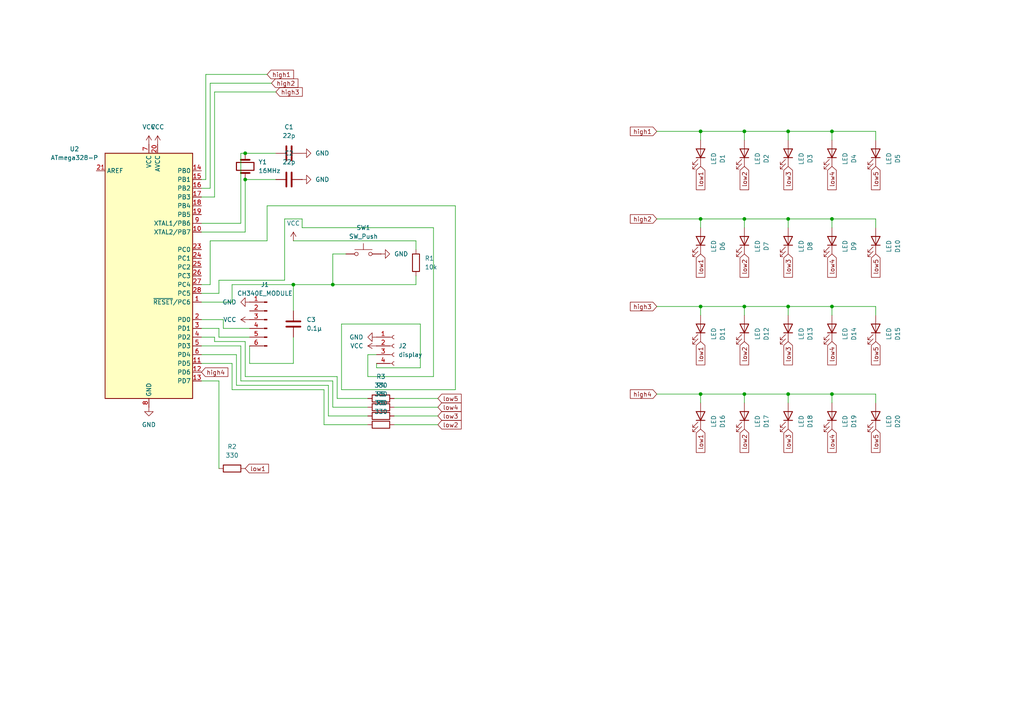
<source format=kicad_sch>
(kicad_sch (version 20231120) (generator "eeschema") (generator_version "8.0")
  (paper "A4")
  (lib_symbols
    (symbol "Connector:Conn_01x04_Socket" (pin_names (offset 1.016) hide)
      (property "Reference" "J" (at 0 5.08 0))
      (property "Value" "Conn_01x04_Socket" (at 0 -7.62 0))
      (symbol "Conn_01x04_Socket_1_1"
        (arc (start 0 -4.572) (mid -0.5058 -5.08) (end 0 -5.588) (stroke (width 0.1524)))
        (arc (start 0 -2.032) (mid -0.5058 -2.54) (end 0 -3.048) (stroke (width 0.1524)))
        (polyline (pts (xy -1.27 -5.08) (xy -0.508 -5.08)) (stroke (width 0.1524)))
        (polyline (pts (xy -1.27 -2.54) (xy -0.508 -2.54)) (stroke (width 0.1524)))
        (polyline (pts (xy -1.27 0) (xy -0.508 0)) (stroke (width 0.1524)))
        (polyline (pts (xy -1.27 2.54) (xy -0.508 2.54)) (stroke (width 0.1524)))
        (arc (start 0 0.508) (mid -0.5058 0) (end 0 -0.508) (stroke (width 0.1524)))
        (arc (start 0 3.048) (mid -0.5058 2.54) (end 0 2.032) (stroke (width 0.1524)))
        (pin passive line (at -5.08 2.54 0) (length 3.81) (name "Pin_1") (number "1"))
        (pin passive line (at -5.08 0 0) (length 3.81) (name "Pin_2") (number "2"))
        (pin passive line (at -5.08 -2.54 0) (length 3.81) (name "Pin_3") (number "3"))
        (pin passive line (at -5.08 -5.08 0) (length 3.81) (name "Pin_4") (number "4"))
      )
    )
    (symbol "Connector:Conn_01x06_Pin" (pin_names (offset 1.016) hide)
      (property "Reference" "J" (at 0 7.62 0))
      (property "Value" "Conn_01x06_Pin" (at 0 -10.16 0))
      (symbol "Conn_01x06_Pin_1_1"
        (polyline (pts (xy 1.27 -7.62) (xy 0.8636 -7.62)) (stroke (width 0.1524)))
        (polyline (pts (xy 1.27 -5.08) (xy 0.8636 -5.08)) (stroke (width 0.1524)))
        (polyline (pts (xy 1.27 -2.54) (xy 0.8636 -2.54)) (stroke (width 0.1524)))
        (polyline (pts (xy 1.27 0) (xy 0.8636 0)) (stroke (width 0.1524)))
        (polyline (pts (xy 1.27 2.54) (xy 0.8636 2.54)) (stroke (width 0.1524)))
        (polyline (pts (xy 1.27 5.08) (xy 0.8636 5.08)) (stroke (width 0.1524)))
        (rectangle (start 0.8636 -7.493) (end 0 -7.747) (stroke (width 0.1524)) (fill (type outline)))
        (rectangle (start 0.8636 -4.953) (end 0 -5.207) (stroke (width 0.1524)) (fill (type outline)))
        (rectangle (start 0.8636 -2.413) (end 0 -2.667) (stroke (width 0.1524)) (fill (type outline)))
        (rectangle (start 0.8636 0.127) (end 0 -0.127) (stroke (width 0.1524)) (fill (type outline)))
        (rectangle (start 0.8636 2.667) (end 0 2.413) (stroke (width 0.1524)) (fill (type outline)))
        (rectangle (start 0.8636 5.207) (end 0 4.953) (stroke (width 0.1524)) (fill (type outline)))
        (pin passive line (at 5.08 5.08 180) (length 3.81) (name "Pin_1") (number "1"))
        (pin passive line (at 5.08 2.54 180) (length 3.81) (name "Pin_2") (number "2"))
        (pin passive line (at 5.08 0 180) (length 3.81) (name "Pin_3") (number "3"))
        (pin passive line (at 5.08 -2.54 180) (length 3.81) (name "Pin_4") (number "4"))
        (pin passive line (at 5.08 -5.08 180) (length 3.81) (name "Pin_5") (number "5"))
        (pin passive line (at 5.08 -7.62 180) (length 3.81) (name "Pin_6") (number "6"))
      )
    )
    (symbol "Device:C" (pin_numbers hide) (pin_names (offset 0.254))
      (property "Reference" "C" (at 0.635 2.54 0))
      (property "Value" "C" (at 0.635 -2.54 0))
      (symbol "C_0_1"
        (polyline (pts (xy -2.032 -0.762) (xy 2.032 -0.762)) (stroke (width 0.508)))
        (polyline (pts (xy -2.032 0.762) (xy 2.032 0.762)) (stroke (width 0.508)))
      )
      (symbol "C_1_1"
        (pin passive line (at 0 3.81 270) (length 2.794) (name "~") (number "1"))
        (pin passive line (at 0 -3.81 90) (length 2.794) (name "~") (number "2"))
      )
    )
    (symbol "Device:Crystal" (pin_numbers hide) (pin_names (offset 1.016) hide)
      (property "Reference" "Y" (at 0 3.81 0))
      (property "Value" "Crystal" (at 0 -3.81 0))
      (symbol "Crystal_0_1"
        (rectangle (start -1.143 2.54) (end 1.143 -2.54) (stroke (width 0.3048)))
        (polyline (pts (xy -2.54 0) (xy -1.905 0)))
        (polyline (pts (xy -1.905 -1.27) (xy -1.905 1.27)) (stroke (width 0.508)))
        (polyline (pts (xy 1.905 -1.27) (xy 1.905 1.27)) (stroke (width 0.508)))
        (polyline (pts (xy 2.54 0) (xy 1.905 0)))
      )
      (symbol "Crystal_1_1"
        (pin passive line (at -3.81 0 0) (length 1.27) (name "1") (number "1"))
        (pin passive line (at 3.81 0 180) (length 1.27) (name "2") (number "2"))
      )
    )
    (symbol "Device:LED" (pin_numbers hide) (pin_names (offset 1.016) hide)
      (property "Reference" "D" (at 0 2.54 0))
      (property "Value" "LED" (at 0 -2.54 0))
      (symbol "LED_0_1"
        (polyline (pts (xy -1.27 -1.27) (xy -1.27 1.27)) (stroke (width 0.254)))
        (polyline (pts (xy -1.27 0) (xy 1.27 0)))
        (polyline (pts (xy 1.27 -1.27) (xy 1.27 1.27) (xy -1.27 0) (xy 1.27 -1.27)) (stroke (width 0.254)))
        (polyline (pts (xy -3.048 -0.762) (xy -4.572 -2.286) (xy -3.81 -2.286) (xy -4.572 -2.286) (xy -4.572 -1.524)))
        (polyline (pts (xy -1.778 -0.762) (xy -3.302 -2.286) (xy -2.54 -2.286) (xy -3.302 -2.286) (xy -3.302 -1.524)))
      )
      (symbol "LED_1_1"
        (pin passive line (at -3.81 0 0) (length 2.54) (name "K") (number "1"))
        (pin passive line (at 3.81 0 180) (length 2.54) (name "A") (number "2"))
      )
    )
    (symbol "Device:R" (pin_numbers hide) (pin_names (offset 0))
      (property "Reference" "R" (at 2.032 0 90))
      (property "Value" "R" (at 0 0 90))
      (symbol "R_0_1"
        (rectangle (start -1.016 -2.54) (end 1.016 2.54) (stroke (width 0.254)))
      )
      (symbol "R_1_1"
        (pin passive line (at 0 3.81 270) (length 1.27) (name "~") (number "1"))
        (pin passive line (at 0 -3.81 90) (length 1.27) (name "~") (number "2"))
      )
    )
    (symbol "MCU_Microchip_ATmega:ATmega328-P"
      (property "Reference" "U" (at -12.7 36.83 0))
      (property "Value" "ATmega328-P" (at 2.54 -36.83 0))
      (symbol "ATmega328-P_0_1"
        (rectangle (start -12.7 -35.56) (end 12.7 35.56) (stroke (width 0.254)) (fill (type background)))
      )
      (symbol "ATmega328-P_1_1"
        (pin bidirectional line (at 15.24 -7.62 180) (length 2.54) (name "~{RESET}/PC6") (number "1"))
        (pin bidirectional line (at 15.24 12.7 180) (length 2.54) (name "XTAL2/PB7") (number "10"))
        (pin bidirectional line (at 15.24 -25.4 180) (length 2.54) (name "PD5") (number "11"))
        (pin bidirectional line (at 15.24 -27.94 180) (length 2.54) (name "PD6") (number "12"))
        (pin bidirectional line (at 15.24 -30.48 180) (length 2.54) (name "PD7") (number "13"))
        (pin bidirectional line (at 15.24 30.48 180) (length 2.54) (name "PB0") (number "14"))
        (pin bidirectional line (at 15.24 27.94 180) (length 2.54) (name "PB1") (number "15"))
        (pin bidirectional line (at 15.24 25.4 180) (length 2.54) (name "PB2") (number "16"))
        (pin bidirectional line (at 15.24 22.86 180) (length 2.54) (name "PB3") (number "17"))
        (pin bidirectional line (at 15.24 20.32 180) (length 2.54) (name "PB4") (number "18"))
        (pin bidirectional line (at 15.24 17.78 180) (length 2.54) (name "PB5") (number "19"))
        (pin bidirectional line (at 15.24 -12.7 180) (length 2.54) (name "PD0") (number "2"))
        (pin power_in line (at 2.54 38.1 270) (length 2.54) (name "AVCC") (number "20"))
        (pin passive line (at -15.24 30.48 0) (length 2.54) (name "AREF") (number "21"))
        (pin passive line (at 0 -38.1 90) (length 2.54) hide (name "GND") (number "22"))
        (pin bidirectional line (at 15.24 7.62 180) (length 2.54) (name "PC0") (number "23"))
        (pin bidirectional line (at 15.24 5.08 180) (length 2.54) (name "PC1") (number "24"))
        (pin bidirectional line (at 15.24 2.54 180) (length 2.54) (name "PC2") (number "25"))
        (pin bidirectional line (at 15.24 0 180) (length 2.54) (name "PC3") (number "26"))
        (pin bidirectional line (at 15.24 -2.54 180) (length 2.54) (name "PC4") (number "27"))
        (pin bidirectional line (at 15.24 -5.08 180) (length 2.54) (name "PC5") (number "28"))
        (pin bidirectional line (at 15.24 -15.24 180) (length 2.54) (name "PD1") (number "3"))
        (pin bidirectional line (at 15.24 -17.78 180) (length 2.54) (name "PD2") (number "4"))
        (pin bidirectional line (at 15.24 -20.32 180) (length 2.54) (name "PD3") (number "5"))
        (pin bidirectional line (at 15.24 -22.86 180) (length 2.54) (name "PD4") (number "6"))
        (pin power_in line (at 0 38.1 270) (length 2.54) (name "VCC") (number "7"))
        (pin power_in line (at 0 -38.1 90) (length 2.54) (name "GND") (number "8"))
        (pin bidirectional line (at 15.24 15.24 180) (length 2.54) (name "XTAL1/PB6") (number "9"))
      )
    )
    (symbol "Switch:SW_Push" (pin_numbers hide) (pin_names (offset 1.016) hide)
      (property "Reference" "SW" (at 1.27 2.54 0))
      (property "Value" "SW_Push" (at 0 -1.524 0))
      (symbol "SW_Push_0_1"
        (circle (center -2.032 0) (radius 0.508))
        (polyline (pts (xy 0 1.27) (xy 0 3.048)))
        (polyline (pts (xy 2.54 1.27) (xy -2.54 1.27)))
        (circle (center 2.032 0) (radius 0.508))
        (pin passive line (at -5.08 0 0) (length 2.54) (name "1") (number "1"))
        (pin passive line (at 5.08 0 180) (length 2.54) (name "2") (number "2"))
      )
    )
    (symbol "power:GND" (power) (pin_numbers hide) (pin_names (offset 0) hide)
      (property "Value" "GND" (at 0 -3.81 0))
      (symbol "GND_0_1"
        (polyline (pts (xy 0 0) (xy 0 -1.27) (xy 1.27 -1.27) (xy 0 -2.54) (xy -1.27 -1.27) (xy 0 -1.27)))
      )
      (symbol "GND_1_1"
        (pin power_in line (at 0 0 270) (length 0) (name "~") (number "1"))
      )
    )
    (symbol "power:VCC" (power) (pin_numbers hide) (pin_names (offset 0) hide)
      (property "Value" "VCC" (at 0 3.556 0))
      (symbol "VCC_0_1"
        (polyline (pts (xy -0.762 1.27) (xy 0 2.54)))
        (polyline (pts (xy 0 0) (xy 0 2.54)))
        (polyline (pts (xy 0 2.54) (xy 0.762 1.27)))
      )
      (symbol "VCC_1_1"
        (pin power_in line (at 0 0 90) (length 0) (name "~") (number "1"))
      )
    )
  )
  (junction (at 215.9 63.5))
  (junction (at 241.3 114.3))
  (junction (at 228.6 114.3))
  (junction (at 228.6 63.5))
  (junction (at 228.6 38.1))
  (junction (at 96.52 82.55))
  (junction (at 85.09 82.55))
  (junction (at 203.2 88.9))
  (junction (at 71.12 44.45))
  (junction (at 215.9 38.1))
  (junction (at 241.3 38.1))
  (junction (at 71.12 52.07))
  (junction (at 203.2 38.1))
  (junction (at 203.2 114.3))
  (junction (at 241.3 63.5))
  (junction (at 203.2 63.5))
  (junction (at 215.9 88.9))
  (junction (at 215.9 114.3))
  (junction (at 241.3 88.9))
  (junction (at 228.6 88.9))
  (wire (pts (xy 97.79 115.57) (xy 106.68 115.57)))
  (wire (pts (xy 114.3 123.19) (xy 127 123.19)))
  (wire (pts (xy 215.9 38.1) (xy 228.6 38.1)))
  (wire (pts (xy 58.42 105.41) (xy 67.31 105.41)))
  (wire (pts (xy 71.12 67.31) (xy 58.42 67.31)))
  (wire (pts (xy 67.31 87.63) (xy 58.42 87.63)))
  (wire (pts (xy 215.9 63.5) (xy 228.6 63.5)))
  (wire (pts (xy 241.3 38.1) (xy 254 38.1)))
  (wire (pts (xy 203.2 88.9) (xy 203.2 91.44)))
  (wire (pts (xy 254 38.1) (xy 254 40.64)))
  (wire (pts (xy 63.5 81.28) (xy 63.5 85.09)))
  (wire (pts (xy 203.2 63.5) (xy 203.2 66.04)))
  (wire (pts (xy 62.23 99.06) (xy 71.12 99.06)))
  (wire (pts (xy 63.5 110.49) (xy 63.5 135.89)))
  (wire (pts (xy 106.68 109.22) (xy 106.68 102.87)))
  (wire (pts (xy 58.42 52.07) (xy 59.69 52.07)))
  (wire (pts (xy 215.9 88.9) (xy 228.6 88.9)))
  (wire (pts (xy 125.73 66.04) (xy 87.63 66.04)))
  (wire (pts (xy 228.6 88.9) (xy 228.6 91.44)))
  (wire (pts (xy 58.42 82.55) (xy 60.96 82.55)))
  (wire (pts (xy 96.52 73.66) (xy 96.52 82.55)))
  (wire (pts (xy 121.92 93.98) (xy 121.92 106.68)))
  (wire (pts (xy 132.08 113.03) (xy 99.06 113.03)))
  (wire (pts (xy 85.09 90.17) (xy 85.09 82.55)))
  (wire (pts (xy 72.39 105.41) (xy 85.09 105.41)))
  (wire (pts (xy 109.22 106.68) (xy 109.22 105.41)))
  (wire (pts (xy 114.3 118.11) (xy 127 118.11)))
  (wire (pts (xy 120.65 80.01) (xy 120.65 82.55)))
  (wire (pts (xy 106.68 109.22) (xy 125.73 109.22)))
  (wire (pts (xy 190.5 63.5) (xy 203.2 63.5)))
  (wire (pts (xy 69.85 64.77) (xy 69.85 44.45)))
  (wire (pts (xy 203.2 88.9) (xy 215.9 88.9)))
  (wire (pts (xy 203.2 63.5) (xy 215.9 63.5)))
  (wire (pts (xy 95.25 111.76) (xy 95.25 120.65)))
  (wire (pts (xy 96.52 82.55) (xy 85.09 82.55)))
  (wire (pts (xy 82.55 63.5) (xy 82.55 81.28)))
  (wire (pts (xy 87.63 63.5) (xy 82.55 63.5)))
  (wire (pts (xy 58.42 100.33) (xy 69.85 100.33)))
  (wire (pts (xy 254 114.3) (xy 254 116.84)))
  (wire (pts (xy 60.96 82.55) (xy 60.96 69.85)))
  (wire (pts (xy 125.73 109.22) (xy 125.73 66.04)))
  (wire (pts (xy 228.6 38.1) (xy 241.3 38.1)))
  (wire (pts (xy 63.5 85.09) (xy 58.42 85.09)))
  (wire (pts (xy 67.31 113.03) (xy 93.98 113.03)))
  (wire (pts (xy 62.23 97.79) (xy 62.23 99.06)))
  (wire (pts (xy 254 88.9) (xy 254 91.44)))
  (wire (pts (xy 228.6 114.3) (xy 241.3 114.3)))
  (wire (pts (xy 99.06 93.98) (xy 99.06 113.03)))
  (wire (pts (xy 58.42 54.61) (xy 60.96 54.61)))
  (wire (pts (xy 64.77 95.25) (xy 72.39 95.25)))
  (wire (pts (xy 228.6 88.9) (xy 241.3 88.9)))
  (wire (pts (xy 71.12 44.45) (xy 80.01 44.45)))
  (wire (pts (xy 58.42 57.15) (xy 62.23 57.15)))
  (wire (pts (xy 241.3 88.9) (xy 241.3 91.44)))
  (wire (pts (xy 99.06 93.98) (xy 121.92 93.98)))
  (wire (pts (xy 68.58 111.76) (xy 95.25 111.76)))
  (wire (pts (xy 228.6 38.1) (xy 228.6 40.64)))
  (wire (pts (xy 215.9 114.3) (xy 228.6 114.3)))
  (wire (pts (xy 69.85 100.33) (xy 69.85 110.49)))
  (wire (pts (xy 132.08 59.69) (xy 132.08 113.03)))
  (wire (pts (xy 69.85 44.45) (xy 71.12 44.45)))
  (wire (pts (xy 241.3 63.5) (xy 254 63.5)))
  (wire (pts (xy 120.65 69.85) (xy 120.65 72.39)))
  (wire (pts (xy 72.39 100.33) (xy 72.39 105.41)))
  (wire (pts (xy 190.5 88.9) (xy 203.2 88.9)))
  (wire (pts (xy 77.47 59.69) (xy 132.08 59.69)))
  (wire (pts (xy 97.79 109.22) (xy 97.79 115.57)))
  (wire (pts (xy 114.3 120.65) (xy 127 120.65)))
  (wire (pts (xy 58.42 92.71) (xy 64.77 92.71)))
  (wire (pts (xy 215.9 114.3) (xy 215.9 116.84)))
  (wire (pts (xy 96.52 118.11) (xy 106.68 118.11)))
  (wire (pts (xy 63.5 97.79) (xy 72.39 97.79)))
  (wire (pts (xy 71.12 52.07) (xy 80.01 52.07)))
  (wire (pts (xy 215.9 63.5) (xy 215.9 66.04)))
  (wire (pts (xy 62.23 26.67) (xy 80.01 26.67)))
  (wire (pts (xy 203.2 114.3) (xy 215.9 114.3)))
  (wire (pts (xy 190.5 38.1) (xy 203.2 38.1)))
  (wire (pts (xy 120.65 82.55) (xy 96.52 82.55)))
  (wire (pts (xy 71.12 109.22) (xy 97.79 109.22)))
  (wire (pts (xy 64.77 92.71) (xy 64.77 95.25)))
  (wire (pts (xy 95.25 120.65) (xy 106.68 120.65)))
  (wire (pts (xy 114.3 115.57) (xy 127 115.57)))
  (wire (pts (xy 82.55 81.28) (xy 63.5 81.28)))
  (wire (pts (xy 62.23 57.15) (xy 62.23 26.67)))
  (wire (pts (xy 203.2 114.3) (xy 203.2 116.84)))
  (wire (pts (xy 121.92 106.68) (xy 109.22 106.68)))
  (wire (pts (xy 241.3 114.3) (xy 254 114.3)))
  (wire (pts (xy 241.3 114.3) (xy 241.3 116.84)))
  (wire (pts (xy 71.12 52.07) (xy 71.12 67.31)))
  (wire (pts (xy 106.68 102.87) (xy 109.22 102.87)))
  (wire (pts (xy 203.2 38.1) (xy 215.9 38.1)))
  (wire (pts (xy 67.31 82.55) (xy 67.31 87.63)))
  (wire (pts (xy 241.3 88.9) (xy 254 88.9)))
  (wire (pts (xy 71.12 99.06) (xy 71.12 109.22)))
  (wire (pts (xy 58.42 95.25) (xy 63.5 95.25)))
  (wire (pts (xy 59.69 21.59) (xy 77.47 21.59)))
  (wire (pts (xy 215.9 88.9) (xy 215.9 91.44)))
  (wire (pts (xy 59.69 52.07) (xy 59.69 21.59)))
  (wire (pts (xy 58.42 97.79) (xy 62.23 97.79)))
  (wire (pts (xy 228.6 63.5) (xy 228.6 66.04)))
  (wire (pts (xy 58.42 102.87) (xy 68.58 102.87)))
  (wire (pts (xy 67.31 105.41) (xy 67.31 113.03)))
  (wire (pts (xy 68.58 102.87) (xy 68.58 111.76)))
  (wire (pts (xy 85.09 105.41) (xy 85.09 97.79)))
  (wire (pts (xy 93.98 113.03) (xy 93.98 123.19)))
  (wire (pts (xy 87.63 66.04) (xy 87.63 63.5)))
  (wire (pts (xy 241.3 38.1) (xy 241.3 40.64)))
  (wire (pts (xy 60.96 24.13) (xy 78.74 24.13)))
  (wire (pts (xy 96.52 110.49) (xy 96.52 118.11)))
  (wire (pts (xy 100.33 73.66) (xy 96.52 73.66)))
  (wire (pts (xy 58.42 64.77) (xy 69.85 64.77)))
  (wire (pts (xy 120.65 69.85) (xy 85.09 69.85)))
  (wire (pts (xy 58.42 110.49) (xy 63.5 110.49)))
  (wire (pts (xy 69.85 110.49) (xy 96.52 110.49)))
  (wire (pts (xy 85.09 82.55) (xy 67.31 82.55)))
  (wire (pts (xy 63.5 95.25) (xy 63.5 97.79)))
  (wire (pts (xy 190.5 114.3) (xy 203.2 114.3)))
  (wire (pts (xy 60.96 24.13) (xy 60.96 54.61)))
  (wire (pts (xy 203.2 38.1) (xy 203.2 40.64)))
  (wire (pts (xy 77.47 69.85) (xy 77.47 59.69)))
  (wire (pts (xy 215.9 38.1) (xy 215.9 40.64)))
  (wire (pts (xy 60.96 69.85) (xy 77.47 69.85)))
  (wire (pts (xy 228.6 63.5) (xy 241.3 63.5)))
  (wire (pts (xy 93.98 123.19) (xy 106.68 123.19)))
  (wire (pts (xy 254 63.5) (xy 254 66.04)))
  (wire (pts (xy 228.6 114.3) (xy 228.6 116.84)))
  (wire (pts (xy 241.3 63.5) (xy 241.3 66.04)))
  (global_label "low1" (shape input) (at 71.12 135.89 0) (property "Intersheetrefs" "${INTERSHEET_REFS}" (effects (hide yes))))
  (global_label "low1" (shape input) (at 203.2 73.66 270) (property "Intersheetrefs" "${INTERSHEET_REFS}" (effects (hide yes))))
  (global_label "low1" (shape input) (at 203.2 48.26 270) (property "Intersheetrefs" "${INTERSHEET_REFS}" (effects (hide yes))))
  (global_label "low2" (shape input) (at 127 123.19 0) (property "Intersheetrefs" "${INTERSHEET_REFS}" (effects (hide yes))))
  (global_label "low2" (shape input) (at 215.9 48.26 270) (property "Intersheetrefs" "${INTERSHEET_REFS}" (effects (hide yes))))
  (global_label "high1" (shape input) (at 190.5 38.1 180) (property "Intersheetrefs" "${INTERSHEET_REFS}" (effects (hide yes))))
  (global_label "low3" (shape input) (at 228.6 48.26 270) (property "Intersheetrefs" "${INTERSHEET_REFS}" (effects (hide yes))))
  (global_label "high1" (shape input) (at 77.47 21.59 0) (property "Intersheetrefs" "${INTERSHEET_REFS}" (effects (hide yes))))
  (global_label "low5" (shape input) (at 254 73.66 270) (property "Intersheetrefs" "${INTERSHEET_REFS}" (effects (hide yes))))
  (global_label "high2" (shape input) (at 78.74 24.13 0) (property "Intersheetrefs" "${INTERSHEET_REFS}" (effects (hide yes))))
  (global_label "low4" (shape input) (at 241.3 73.66 270) (property "Intersheetrefs" "${INTERSHEET_REFS}" (effects (hide yes))))
  (global_label "low4" (shape input) (at 241.3 124.46 270) (property "Intersheetrefs" "${INTERSHEET_REFS}" (effects (hide yes))))
  (global_label "high4" (shape input) (at 58.42 107.95 0) (property "Intersheetrefs" "${INTERSHEET_REFS}" (effects (hide yes))))
  (global_label "low3" (shape input) (at 228.6 124.46 270) (property "Intersheetrefs" "${INTERSHEET_REFS}" (effects (hide yes))))
  (global_label "low3" (shape input) (at 127 120.65 0) (property "Intersheetrefs" "${INTERSHEET_REFS}" (effects (hide yes))))
  (global_label "high4" (shape input) (at 190.5 114.3 180) (property "Intersheetrefs" "${INTERSHEET_REFS}" (effects (hide yes))))
  (global_label "low3" (shape input) (at 228.6 73.66 270) (property "Intersheetrefs" "${INTERSHEET_REFS}" (effects (hide yes))))
  (global_label "low5" (shape input) (at 254 124.46 270) (property "Intersheetrefs" "${INTERSHEET_REFS}" (effects (hide yes))))
  (global_label "low4" (shape input) (at 127 118.11 0) (property "Intersheetrefs" "${INTERSHEET_REFS}" (effects (hide yes))))
  (global_label "low2" (shape input) (at 215.9 124.46 270) (property "Intersheetrefs" "${INTERSHEET_REFS}" (effects (hide yes))))
  (global_label "low5" (shape input) (at 127 115.57 0) (property "Intersheetrefs" "${INTERSHEET_REFS}" (effects (hide yes))))
  (global_label "low2" (shape input) (at 215.9 99.06 270) (property "Intersheetrefs" "${INTERSHEET_REFS}" (effects (hide yes))))
  (global_label "low1" (shape input) (at 203.2 99.06 270) (property "Intersheetrefs" "${INTERSHEET_REFS}" (effects (hide yes))))
  (global_label "high2" (shape input) (at 190.5 63.5 180) (property "Intersheetrefs" "${INTERSHEET_REFS}" (effects (hide yes))))
  (global_label "high3" (shape input) (at 190.5 88.9 180) (property "Intersheetrefs" "${INTERSHEET_REFS}" (effects (hide yes))))
  (global_label "low1" (shape input) (at 203.2 124.46 270) (property "Intersheetrefs" "${INTERSHEET_REFS}" (effects (hide yes))))
  (global_label "low2" (shape input) (at 215.9 73.66 270) (property "Intersheetrefs" "${INTERSHEET_REFS}" (effects (hide yes))))
  (global_label "low4" (shape input) (at 241.3 48.26 270) (property "Intersheetrefs" "${INTERSHEET_REFS}" (effects (hide yes))))
  (global_label "high3" (shape input) (at 80.01 26.67 0) (property "Intersheetrefs" "${INTERSHEET_REFS}" (effects (hide yes))))
  (global_label "low5" (shape input) (at 254 48.26 270) (property "Intersheetrefs" "${INTERSHEET_REFS}" (effects (hide yes))))
  (global_label "low3" (shape input) (at 228.6 99.06 270) (property "Intersheetrefs" "${INTERSHEET_REFS}" (effects (hide yes))))
  (global_label "low5" (shape input) (at 254 99.06 270) (property "Intersheetrefs" "${INTERSHEET_REFS}" (effects (hide yes))))
  (global_label "low4" (shape input) (at 241.3 99.06 270) (property "Intersheetrefs" "${INTERSHEET_REFS}" (effects (hide yes))))
  (symbol (lib_id "power:VCC") (at 72.39 92.71 90) (mirror x) (unit 1)
    (property "Reference" "#PWR05" (effects (hide yes)))
    (property "Value" "VCC" (at 68.58 92.7101 90) (effects (justify left)))
    (property "Description" "Power symbol creates a global label with name \"VCC\"" (effects (hide yes)))
  )
  (symbol (lib_id "Device:LED") (at 254 120.65 270) (mirror x) (unit 1)
    (property "Reference" "D20" (at 260.35 122.2375 0))
    (property "Value" "LED" (at 257.81 122.2375 0))
    (property "Footprint" "LED_THT:LED_D5.0mm" (effects (hide yes)))
    (property "Description" "Light emitting diode" (effects (hide yes)))
  )
  (symbol (lib_id "Device:LED") (at 241.3 95.25 270) (mirror x) (unit 1)
    (property "Reference" "D14" (at 247.65 96.8375 0))
    (property "Value" "LED" (at 245.11 96.8375 0))
    (property "Footprint" "LED_THT:LED_D5.0mm" (effects (hide yes)))
    (property "Description" "Light emitting diode" (effects (hide yes)))
  )
  (symbol (lib_id "power:VCC") (at 109.22 100.33 90) (mirror x) (unit 1)
    (property "Reference" "#PWR011" (effects (hide yes)))
    (property "Value" "VCC" (at 105.41 100.3301 90) (effects (justify left)))
    (property "Description" "Power symbol creates a global label with name \"VCC\"" (effects (hide yes)))
  )
  (symbol (lib_id "Device:C") (at 83.82 44.45 90) (unit 1)
    (property "Reference" "C1" (at 83.82 36.83 90))
    (property "Value" "22p" (at 83.82 39.37 90))
    (property "Footprint" "Capacitor_THT:C_Disc_D3.0mm_W2.0mm_P2.50mm" (effects (hide yes)))
    (property "Description" "Unpolarized capacitor" (effects (hide yes)))
  )
  (symbol (lib_id "Device:LED") (at 228.6 120.65 270) (mirror x) (unit 1)
    (property "Reference" "D18" (at 234.95 122.2375 0))
    (property "Value" "LED" (at 232.41 122.2375 0))
    (property "Footprint" "LED_THT:LED_D5.0mm" (effects (hide yes)))
    (property "Description" "Light emitting diode" (effects (hide yes)))
  )
  (symbol (lib_id "Device:LED") (at 203.2 44.45 270) (mirror x) (unit 1)
    (property "Reference" "D1" (at 209.55 46.0375 0))
    (property "Value" "LED" (at 207.01 46.0375 0))
    (property "Footprint" "LED_THT:LED_D5.0mm" (effects (hide yes)))
    (property "Description" "Light emitting diode" (effects (hide yes)))
  )
  (symbol (lib_id "Device:LED") (at 228.6 69.85 270) (mirror x) (unit 1)
    (property "Reference" "D8" (at 234.95 71.4375 0))
    (property "Value" "LED" (at 232.41 71.4375 0))
    (property "Footprint" "LED_THT:LED_D5.0mm" (effects (hide yes)))
    (property "Description" "Light emitting diode" (effects (hide yes)))
  )
  (symbol (lib_id "Switch:SW_Push") (at 105.41 73.66 0) (unit 1)
    (property "Reference" "SW1" (at 105.41 66.04 0))
    (property "Value" "SW_Push" (at 105.41 68.58 0))
    (property "Footprint" "Button_Switch_THT:SW_PUSH_6mm" (effects (hide yes)))
    (property "Description" "Push button switch, generic, two pins" (effects (hide yes)))
  )
  (symbol (lib_id "Device:LED") (at 254 69.85 270) (mirror x) (unit 1)
    (property "Reference" "D10" (at 260.35 71.4375 0))
    (property "Value" "LED" (at 257.81 71.4375 0))
    (property "Footprint" "LED_THT:LED_D5.0mm" (effects (hide yes)))
    (property "Description" "Light emitting diode" (effects (hide yes)))
  )
  (symbol (lib_id "power:VCC") (at 85.09 69.85 0) (unit 1)
    (property "Reference" "#PWR07" (effects (hide yes)))
    (property "Value" "VCC" (at 85.09 64.77 0))
    (property "Description" "Power symbol creates a global label with name \"VCC\"" (effects (hide yes)))
  )
  (symbol (lib_id "power:GND") (at 72.39 87.63 270) (mirror x) (unit 1)
    (property "Reference" "#PWR04" (effects (hide yes)))
    (property "Value" "GND" (at 68.58 87.6301 90) (effects (justify right)))
    (property "Description" "Power symbol creates a global label with name \"GND\" , ground" (effects (hide yes)))
  )
  (symbol (lib_id "Device:LED") (at 228.6 44.45 270) (mirror x) (unit 1)
    (property "Reference" "D3" (at 234.95 46.0375 0))
    (property "Value" "LED" (at 232.41 46.0375 0))
    (property "Footprint" "LED_THT:LED_D5.0mm" (effects (hide yes)))
    (property "Description" "Light emitting diode" (effects (hide yes)))
  )
  (symbol (lib_id "Device:C") (at 83.82 52.07 90) (unit 1)
    (property "Reference" "C2" (at 83.82 44.45 90))
    (property "Value" "22p" (at 83.82 46.99 90))
    (property "Footprint" "Capacitor_THT:C_Disc_D3.0mm_W2.0mm_P2.50mm" (effects (hide yes)))
    (property "Description" "Unpolarized capacitor" (effects (hide yes)))
  )
  (symbol (lib_id "Device:R") (at 110.49 118.11 90) (unit 1)
    (property "Reference" "R4" (at 110.49 111.76 90))
    (property "Value" "330" (at 110.49 114.3 90))
    (property "Footprint" "Resistor_THT:R_Axial_DIN0207_L6.3mm_D2.5mm_P10.16mm_Horizontal" (effects (hide yes)))
    (property "Description" "Resistor" (effects (hide yes)))
  )
  (symbol (lib_id "Device:Crystal") (at 71.12 48.26 270) (unit 1)
    (property "Reference" "Y1" (at 74.93 46.9899 90) (effects (justify left)))
    (property "Value" "16MHz" (at 74.93 49.5299 90) (effects (justify left)))
    (property "Footprint" "Crystal:Crystal_HC33-U_Vertical" (effects (hide yes)))
    (property "Description" "Two pin crystal" (effects (hide yes)))
  )
  (symbol (lib_id "power:GND") (at 110.49 73.66 90) (unit 1)
    (property "Reference" "#PWR012" (effects (hide yes)))
    (property "Value" "GND" (at 114.3 73.6599 90) (effects (justify right)))
    (property "Description" "Power symbol creates a global label with name \"GND\" , ground" (effects (hide yes)))
  )
  (symbol (lib_id "Device:C") (at 85.09 93.98 0) (unit 1)
    (property "Reference" "C3" (at 88.9 92.7099 0) (effects (justify left)))
    (property "Value" "0.1μ" (at 88.9 95.2499 0) (effects (justify left)))
    (property "Footprint" "Capacitor_THT:C_Disc_D3.0mm_W2.0mm_P2.50mm" (effects (hide yes)))
    (property "Description" "Unpolarized capacitor" (effects (hide yes)))
  )
  (symbol (lib_id "Device:LED") (at 203.2 120.65 270) (mirror x) (unit 1)
    (property "Reference" "D16" (at 209.55 122.2375 0))
    (property "Value" "LED" (at 207.01 122.2375 0))
    (property "Footprint" "LED_THT:LED_D5.0mm" (effects (hide yes)))
    (property "Description" "Light emitting diode" (effects (hide yes)))
  )
  (symbol (lib_id "Device:R") (at 120.65 76.2 0) (unit 1)
    (property "Reference" "R1" (at 123.19 74.9299 0) (effects (justify left)))
    (property "Value" "10k" (at 123.19 77.4699 0) (effects (justify left)))
    (property "Footprint" "Resistor_THT:R_Axial_DIN0207_L6.3mm_D2.5mm_P10.16mm_Horizontal" (effects (hide yes)))
    (property "Description" "Resistor" (effects (hide yes)))
  )
  (symbol (lib_id "power:GND") (at 87.63 52.07 90) (unit 1)
    (property "Reference" "#PWR09" (effects (hide yes)))
    (property "Value" "GND" (at 91.44 52.0699 90) (effects (justify right)))
    (property "Description" "Power symbol creates a global label with name \"GND\" , ground" (effects (hide yes)))
  )
  (symbol (lib_id "Device:LED") (at 241.3 120.65 270) (mirror x) (unit 1)
    (property "Reference" "D19" (at 247.65 122.2375 0))
    (property "Value" "LED" (at 245.11 122.2375 0))
    (property "Footprint" "LED_THT:LED_D5.0mm" (effects (hide yes)))
    (property "Description" "Light emitting diode" (effects (hide yes)))
  )
  (symbol (lib_id "Device:LED") (at 241.3 44.45 270) (mirror x) (unit 1)
    (property "Reference" "D4" (at 247.65 46.0375 0))
    (property "Value" "LED" (at 245.11 46.0375 0))
    (property "Footprint" "LED_THT:LED_D5.0mm" (effects (hide yes)))
    (property "Description" "Light emitting diode" (effects (hide yes)))
  )
  (symbol (lib_id "power:GND") (at 109.22 97.79 270) (mirror x) (unit 1)
    (property "Reference" "#PWR010" (effects (hide yes)))
    (property "Value" "GND" (at 105.41 97.7901 90) (effects (justify right)))
    (property "Description" "Power symbol creates a global label with name \"GND\" , ground" (effects (hide yes)))
  )
  (symbol (lib_id "Device:LED") (at 203.2 69.85 270) (mirror x) (unit 1)
    (property "Reference" "D6" (at 209.55 71.4375 0))
    (property "Value" "LED" (at 207.01 71.4375 0))
    (property "Footprint" "LED_THT:LED_D5.0mm" (effects (hide yes)))
    (property "Description" "Light emitting diode" (effects (hide yes)))
  )
  (symbol (lib_id "Connector:Conn_01x06_Pin") (at 77.47 92.71 0) (mirror y) (unit 1)
    (property "Reference" "J1" (at 76.835 82.55 0))
    (property "Value" "CH340E_MODULE" (at 76.835 85.09 0))
    (property "Footprint" "Connector_PinHeader_2.54mm:PinHeader_1x06_P2.54mm_Vertical" (effects (hide yes)))
    (property "Description" "Generic connector, single row, 01x06, script generated" (effects (hide yes)))
  )
  (symbol (lib_id "Device:LED") (at 203.2 95.25 270) (mirror x) (unit 1)
    (property "Reference" "D11" (at 209.55 96.8375 0))
    (property "Value" "LED" (at 207.01 96.8375 0))
    (property "Footprint" "LED_THT:LED_D5.0mm" (effects (hide yes)))
    (property "Description" "Light emitting diode" (effects (hide yes)))
  )
  (symbol (lib_id "Device:LED") (at 254 95.25 270) (mirror x) (unit 1)
    (property "Reference" "D15" (at 260.35 96.8375 0))
    (property "Value" "LED" (at 257.81 96.8375 0))
    (property "Footprint" "LED_THT:LED_D5.0mm" (effects (hide yes)))
    (property "Description" "Light emitting diode" (effects (hide yes)))
  )
  (symbol (lib_id "power:VCC") (at 45.72 41.91 0) (unit 1)
    (property "Reference" "#PWR03" (effects (hide yes)))
    (property "Value" "VCC" (at 45.72 36.83 0))
    (property "Description" "Power symbol creates a global label with name \"VCC\"" (effects (hide yes)))
  )
  (symbol (lib_id "Device:LED") (at 241.3 69.85 270) (mirror x) (unit 1)
    (property "Reference" "D9" (at 247.65 71.4375 0))
    (property "Value" "LED" (at 245.11 71.4375 0))
    (property "Footprint" "LED_THT:LED_D5.0mm" (effects (hide yes)))
    (property "Description" "Light emitting diode" (effects (hide yes)))
  )
  (symbol (lib_id "power:VCC") (at 43.18 41.91 0) (unit 1)
    (property "Reference" "#PWR01" (effects (hide yes)))
    (property "Value" "VCC" (at 43.18 36.83 0))
    (property "Description" "Power symbol creates a global label with name \"VCC\"" (effects (hide yes)))
  )
  (symbol (lib_id "Device:LED") (at 254 44.45 270) (mirror x) (unit 1)
    (property "Reference" "D5" (at 260.35 46.0375 0))
    (property "Value" "LED" (at 257.81 46.0375 0))
    (property "Footprint" "LED_THT:LED_D5.0mm" (effects (hide yes)))
    (property "Description" "Light emitting diode" (effects (hide yes)))
  )
  (symbol (lib_id "Device:LED") (at 228.6 95.25 270) (mirror x) (unit 1)
    (property "Reference" "D13" (at 234.95 96.8375 0))
    (property "Value" "LED" (at 232.41 96.8375 0))
    (property "Footprint" "LED_THT:LED_D5.0mm" (effects (hide yes)))
    (property "Description" "Light emitting diode" (effects (hide yes)))
  )
  (symbol (lib_id "Connector:Conn_01x04_Socket") (at 114.3 100.33 0) (unit 1)
    (property "Reference" "J2" (at 115.57 100.3299 0) (effects (justify left)))
    (property "Value" "display" (at 115.57 102.8699 0) (effects (justify left)))
    (property "Footprint" "Connector_PinSocket_2.54mm:PinSocket_1x04_P2.54mm_Vertical" (effects (hide yes)))
    (property "Description" "Generic connector, single row, 01x04, script generated" (effects (hide yes)))
  )
  (symbol (lib_id "Device:R") (at 110.49 123.19 90) (unit 1)
    (property "Reference" "R6" (at 110.49 116.84 90))
    (property "Value" "330" (at 110.49 119.38 90))
    (property "Footprint" "Resistor_THT:R_Axial_DIN0207_L6.3mm_D2.5mm_P10.16mm_Horizontal" (effects (hide yes)))
    (property "Description" "Resistor" (effects (hide yes)))
  )
  (symbol (lib_id "Device:LED") (at 215.9 44.45 270) (mirror x) (unit 1)
    (property "Reference" "D2" (at 222.25 46.0375 0))
    (property "Value" "LED" (at 219.71 46.0375 0))
    (property "Footprint" "LED_THT:LED_D5.0mm" (effects (hide yes)))
    (property "Description" "Light emitting diode" (effects (hide yes)))
  )
  (symbol (lib_id "power:GND") (at 87.63 44.45 90) (unit 1)
    (property "Reference" "#PWR08" (effects (hide yes)))
    (property "Value" "GND" (at 91.44 44.4499 90) (effects (justify right)))
    (property "Description" "Power symbol creates a global label with name \"GND\" , ground" (effects (hide yes)))
  )
  (symbol (lib_id "Device:LED") (at 215.9 69.85 270) (mirror x) (unit 1)
    (property "Reference" "D7" (at 222.25 71.4375 0))
    (property "Value" "LED" (at 219.71 71.4375 0))
    (property "Footprint" "LED_THT:LED_D5.0mm" (effects (hide yes)))
    (property "Description" "Light emitting diode" (effects (hide yes)))
  )
  (symbol (lib_id "Device:R") (at 67.31 135.89 90) (unit 1)
    (property "Reference" "R2" (at 67.31 129.54 90))
    (property "Value" "330" (at 67.31 132.08 90))
    (property "Footprint" "Resistor_THT:R_Axial_DIN0207_L6.3mm_D2.5mm_P10.16mm_Horizontal" (effects (hide yes)))
    (property "Description" "Resistor" (effects (hide yes)))
  )
  (symbol (lib_id "power:GND") (at 43.18 118.11 0) (unit 1)
    (property "Reference" "#PWR02" (effects (hide yes)))
    (property "Value" "GND" (at 43.18 123.19 0))
    (property "Description" "Power symbol creates a global label with name \"GND\" , ground" (effects (hide yes)))
  )
  (symbol (lib_id "Device:LED") (at 215.9 120.65 270) (mirror x) (unit 1)
    (property "Reference" "D17" (at 222.25 122.2375 0))
    (property "Value" "LED" (at 219.71 122.2375 0))
    (property "Footprint" "LED_THT:LED_D5.0mm" (effects (hide yes)))
    (property "Description" "Light emitting diode" (effects (hide yes)))
  )
  (symbol (lib_id "Device:LED") (at 215.9 95.25 270) (mirror x) (unit 1)
    (property "Reference" "D12" (at 222.25 96.8375 0))
    (property "Value" "LED" (at 219.71 96.8375 0))
    (property "Footprint" "LED_THT:LED_D5.0mm" (effects (hide yes)))
    (property "Description" "Light emitting diode" (effects (hide yes)))
  )
  (symbol (lib_id "MCU_Microchip_ATmega:ATmega328-P") (at 43.18 80.01 0) (unit 1)
    (property "Reference" "U2" (at 21.59 43.2114 0))
    (property "Value" "ATmega328-P" (at 21.59 45.7514 0))
    (property "Footprint" "Package_DIP:DIP-28_W7.62mm" (effects (hide yes)))
    (property "Datasheet" "http://ww1.microchip.com/downloads/en/DeviceDoc/ATmega328_P%20AVR%20MCU%20with%20picoPower%20Technology%20Data%20Sheet%2040001984A.pdf" (effects (hide yes)))
    (property "Description" "20MHz, 32kB Flash, 2kB SRAM, 1kB EEPROM, DIP-28" (effects (hide yes)))
  )
  (symbol (lib_id "Device:R") (at 110.49 115.57 90) (unit 1)
    (property "Reference" "R3" (at 110.49 109.22 90))
    (property "Value" "330" (at 110.49 111.76 90))
    (property "Footprint" "Resistor_THT:R_Axial_DIN0207_L6.3mm_D2.5mm_P10.16mm_Horizontal" (effects (hide yes)))
    (property "Description" "Resistor" (effects (hide yes)))
  )
  (symbol (lib_id "Device:R") (at 110.49 120.65 90) (unit 1)
    (property "Reference" "R5" (at 110.49 114.3 90))
    (property "Value" "330" (at 110.49 116.84 90))
    (property "Footprint" "Resistor_THT:R_Axial_DIN0207_L6.3mm_D2.5mm_P10.16mm_Horizontal" (effects (hide yes)))
    (property "Description" "Resistor" (effects (hide yes)))
  )
)
</source>
